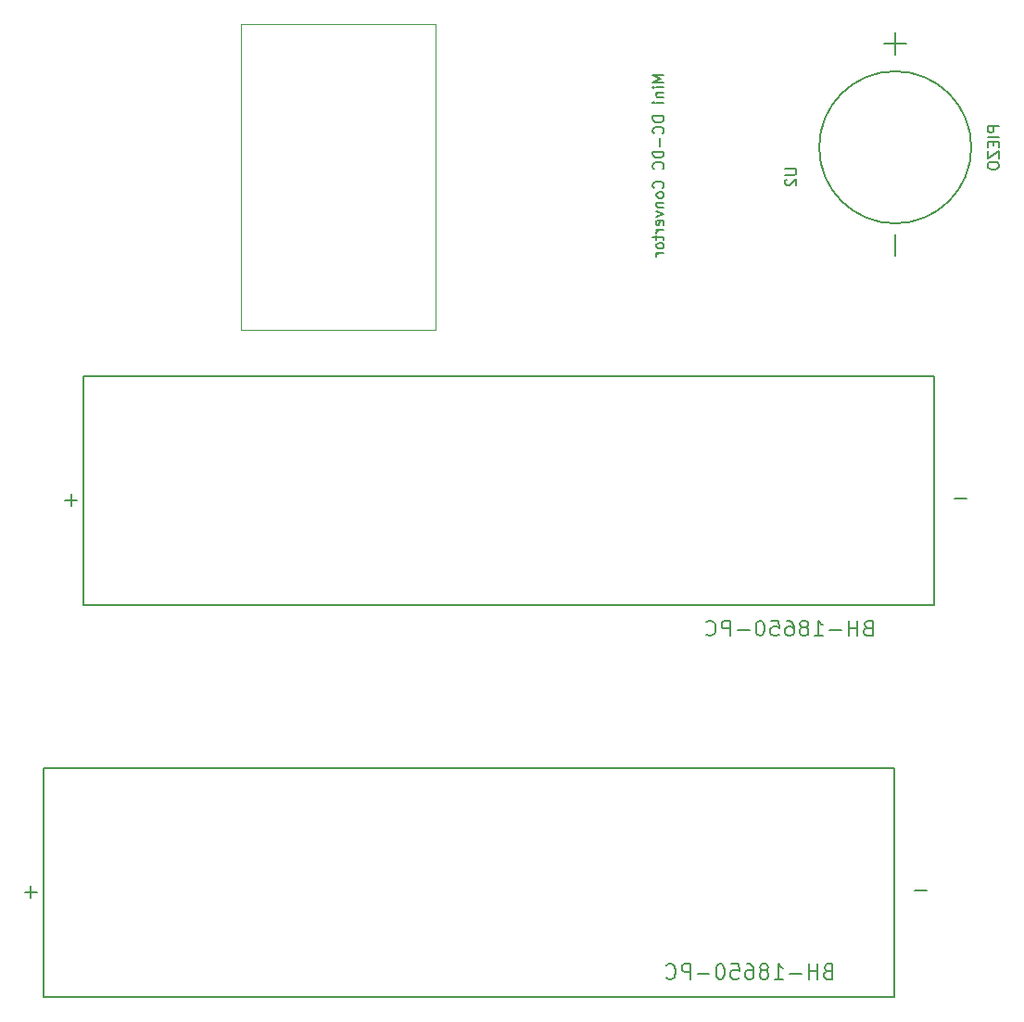
<source format=gbr>
%TF.GenerationSoftware,KiCad,Pcbnew,9.0.7*%
%TF.CreationDate,2026-02-15T13:03:06+01:00*%
%TF.ProjectId,handheldAerosolSensor,68616e64-6865-46c6-9441-65726f736f6c,Rev. 1.0*%
%TF.SameCoordinates,Original*%
%TF.FileFunction,AssemblyDrawing,Bot*%
%FSLAX46Y46*%
G04 Gerber Fmt 4.6, Leading zero omitted, Abs format (unit mm)*
G04 Created by KiCad (PCBNEW 9.0.7) date 2026-02-15 13:03:06*
%MOMM*%
%LPD*%
G01*
G04 APERTURE LIST*
%ADD10C,0.150000*%
%ADD11C,0.127000*%
%ADD12C,0.100000*%
G04 APERTURE END LIST*
D10*
X194354819Y-49785714D02*
X193354819Y-49785714D01*
X193354819Y-49785714D02*
X194069104Y-50119047D01*
X194069104Y-50119047D02*
X193354819Y-50452380D01*
X193354819Y-50452380D02*
X194354819Y-50452380D01*
X194354819Y-50928571D02*
X193688152Y-50928571D01*
X193354819Y-50928571D02*
X193402438Y-50880952D01*
X193402438Y-50880952D02*
X193450057Y-50928571D01*
X193450057Y-50928571D02*
X193402438Y-50976190D01*
X193402438Y-50976190D02*
X193354819Y-50928571D01*
X193354819Y-50928571D02*
X193450057Y-50928571D01*
X193688152Y-51404761D02*
X194354819Y-51404761D01*
X193783390Y-51404761D02*
X193735771Y-51452380D01*
X193735771Y-51452380D02*
X193688152Y-51547618D01*
X193688152Y-51547618D02*
X193688152Y-51690475D01*
X193688152Y-51690475D02*
X193735771Y-51785713D01*
X193735771Y-51785713D02*
X193831009Y-51833332D01*
X193831009Y-51833332D02*
X194354819Y-51833332D01*
X194354819Y-52309523D02*
X193688152Y-52309523D01*
X193354819Y-52309523D02*
X193402438Y-52261904D01*
X193402438Y-52261904D02*
X193450057Y-52309523D01*
X193450057Y-52309523D02*
X193402438Y-52357142D01*
X193402438Y-52357142D02*
X193354819Y-52309523D01*
X193354819Y-52309523D02*
X193450057Y-52309523D01*
X194354819Y-53547618D02*
X193354819Y-53547618D01*
X193354819Y-53547618D02*
X193354819Y-53785713D01*
X193354819Y-53785713D02*
X193402438Y-53928570D01*
X193402438Y-53928570D02*
X193497676Y-54023808D01*
X193497676Y-54023808D02*
X193592914Y-54071427D01*
X193592914Y-54071427D02*
X193783390Y-54119046D01*
X193783390Y-54119046D02*
X193926247Y-54119046D01*
X193926247Y-54119046D02*
X194116723Y-54071427D01*
X194116723Y-54071427D02*
X194211961Y-54023808D01*
X194211961Y-54023808D02*
X194307200Y-53928570D01*
X194307200Y-53928570D02*
X194354819Y-53785713D01*
X194354819Y-53785713D02*
X194354819Y-53547618D01*
X194259580Y-55119046D02*
X194307200Y-55071427D01*
X194307200Y-55071427D02*
X194354819Y-54928570D01*
X194354819Y-54928570D02*
X194354819Y-54833332D01*
X194354819Y-54833332D02*
X194307200Y-54690475D01*
X194307200Y-54690475D02*
X194211961Y-54595237D01*
X194211961Y-54595237D02*
X194116723Y-54547618D01*
X194116723Y-54547618D02*
X193926247Y-54499999D01*
X193926247Y-54499999D02*
X193783390Y-54499999D01*
X193783390Y-54499999D02*
X193592914Y-54547618D01*
X193592914Y-54547618D02*
X193497676Y-54595237D01*
X193497676Y-54595237D02*
X193402438Y-54690475D01*
X193402438Y-54690475D02*
X193354819Y-54833332D01*
X193354819Y-54833332D02*
X193354819Y-54928570D01*
X193354819Y-54928570D02*
X193402438Y-55071427D01*
X193402438Y-55071427D02*
X193450057Y-55119046D01*
X193973866Y-55547618D02*
X193973866Y-56309523D01*
X194354819Y-56785713D02*
X193354819Y-56785713D01*
X193354819Y-56785713D02*
X193354819Y-57023808D01*
X193354819Y-57023808D02*
X193402438Y-57166665D01*
X193402438Y-57166665D02*
X193497676Y-57261903D01*
X193497676Y-57261903D02*
X193592914Y-57309522D01*
X193592914Y-57309522D02*
X193783390Y-57357141D01*
X193783390Y-57357141D02*
X193926247Y-57357141D01*
X193926247Y-57357141D02*
X194116723Y-57309522D01*
X194116723Y-57309522D02*
X194211961Y-57261903D01*
X194211961Y-57261903D02*
X194307200Y-57166665D01*
X194307200Y-57166665D02*
X194354819Y-57023808D01*
X194354819Y-57023808D02*
X194354819Y-56785713D01*
X194259580Y-58357141D02*
X194307200Y-58309522D01*
X194307200Y-58309522D02*
X194354819Y-58166665D01*
X194354819Y-58166665D02*
X194354819Y-58071427D01*
X194354819Y-58071427D02*
X194307200Y-57928570D01*
X194307200Y-57928570D02*
X194211961Y-57833332D01*
X194211961Y-57833332D02*
X194116723Y-57785713D01*
X194116723Y-57785713D02*
X193926247Y-57738094D01*
X193926247Y-57738094D02*
X193783390Y-57738094D01*
X193783390Y-57738094D02*
X193592914Y-57785713D01*
X193592914Y-57785713D02*
X193497676Y-57833332D01*
X193497676Y-57833332D02*
X193402438Y-57928570D01*
X193402438Y-57928570D02*
X193354819Y-58071427D01*
X193354819Y-58071427D02*
X193354819Y-58166665D01*
X193354819Y-58166665D02*
X193402438Y-58309522D01*
X193402438Y-58309522D02*
X193450057Y-58357141D01*
X194259580Y-60119046D02*
X194307200Y-60071427D01*
X194307200Y-60071427D02*
X194354819Y-59928570D01*
X194354819Y-59928570D02*
X194354819Y-59833332D01*
X194354819Y-59833332D02*
X194307200Y-59690475D01*
X194307200Y-59690475D02*
X194211961Y-59595237D01*
X194211961Y-59595237D02*
X194116723Y-59547618D01*
X194116723Y-59547618D02*
X193926247Y-59499999D01*
X193926247Y-59499999D02*
X193783390Y-59499999D01*
X193783390Y-59499999D02*
X193592914Y-59547618D01*
X193592914Y-59547618D02*
X193497676Y-59595237D01*
X193497676Y-59595237D02*
X193402438Y-59690475D01*
X193402438Y-59690475D02*
X193354819Y-59833332D01*
X193354819Y-59833332D02*
X193354819Y-59928570D01*
X193354819Y-59928570D02*
X193402438Y-60071427D01*
X193402438Y-60071427D02*
X193450057Y-60119046D01*
X194354819Y-60690475D02*
X194307200Y-60595237D01*
X194307200Y-60595237D02*
X194259580Y-60547618D01*
X194259580Y-60547618D02*
X194164342Y-60499999D01*
X194164342Y-60499999D02*
X193878628Y-60499999D01*
X193878628Y-60499999D02*
X193783390Y-60547618D01*
X193783390Y-60547618D02*
X193735771Y-60595237D01*
X193735771Y-60595237D02*
X193688152Y-60690475D01*
X193688152Y-60690475D02*
X193688152Y-60833332D01*
X193688152Y-60833332D02*
X193735771Y-60928570D01*
X193735771Y-60928570D02*
X193783390Y-60976189D01*
X193783390Y-60976189D02*
X193878628Y-61023808D01*
X193878628Y-61023808D02*
X194164342Y-61023808D01*
X194164342Y-61023808D02*
X194259580Y-60976189D01*
X194259580Y-60976189D02*
X194307200Y-60928570D01*
X194307200Y-60928570D02*
X194354819Y-60833332D01*
X194354819Y-60833332D02*
X194354819Y-60690475D01*
X193688152Y-61452380D02*
X194354819Y-61452380D01*
X193783390Y-61452380D02*
X193735771Y-61499999D01*
X193735771Y-61499999D02*
X193688152Y-61595237D01*
X193688152Y-61595237D02*
X193688152Y-61738094D01*
X193688152Y-61738094D02*
X193735771Y-61833332D01*
X193735771Y-61833332D02*
X193831009Y-61880951D01*
X193831009Y-61880951D02*
X194354819Y-61880951D01*
X193688152Y-62261904D02*
X194354819Y-62499999D01*
X194354819Y-62499999D02*
X193688152Y-62738094D01*
X194307200Y-63499999D02*
X194354819Y-63404761D01*
X194354819Y-63404761D02*
X194354819Y-63214285D01*
X194354819Y-63214285D02*
X194307200Y-63119047D01*
X194307200Y-63119047D02*
X194211961Y-63071428D01*
X194211961Y-63071428D02*
X193831009Y-63071428D01*
X193831009Y-63071428D02*
X193735771Y-63119047D01*
X193735771Y-63119047D02*
X193688152Y-63214285D01*
X193688152Y-63214285D02*
X193688152Y-63404761D01*
X193688152Y-63404761D02*
X193735771Y-63499999D01*
X193735771Y-63499999D02*
X193831009Y-63547618D01*
X193831009Y-63547618D02*
X193926247Y-63547618D01*
X193926247Y-63547618D02*
X194021485Y-63071428D01*
X194354819Y-63976190D02*
X193688152Y-63976190D01*
X193878628Y-63976190D02*
X193783390Y-64023809D01*
X193783390Y-64023809D02*
X193735771Y-64071428D01*
X193735771Y-64071428D02*
X193688152Y-64166666D01*
X193688152Y-64166666D02*
X193688152Y-64261904D01*
X193688152Y-64452381D02*
X193688152Y-64833333D01*
X193354819Y-64595238D02*
X194211961Y-64595238D01*
X194211961Y-64595238D02*
X194307200Y-64642857D01*
X194307200Y-64642857D02*
X194354819Y-64738095D01*
X194354819Y-64738095D02*
X194354819Y-64833333D01*
X194354819Y-65309524D02*
X194307200Y-65214286D01*
X194307200Y-65214286D02*
X194259580Y-65166667D01*
X194259580Y-65166667D02*
X194164342Y-65119048D01*
X194164342Y-65119048D02*
X193878628Y-65119048D01*
X193878628Y-65119048D02*
X193783390Y-65166667D01*
X193783390Y-65166667D02*
X193735771Y-65214286D01*
X193735771Y-65214286D02*
X193688152Y-65309524D01*
X193688152Y-65309524D02*
X193688152Y-65452381D01*
X193688152Y-65452381D02*
X193735771Y-65547619D01*
X193735771Y-65547619D02*
X193783390Y-65595238D01*
X193783390Y-65595238D02*
X193878628Y-65642857D01*
X193878628Y-65642857D02*
X194164342Y-65642857D01*
X194164342Y-65642857D02*
X194259580Y-65595238D01*
X194259580Y-65595238D02*
X194307200Y-65547619D01*
X194307200Y-65547619D02*
X194354819Y-65452381D01*
X194354819Y-65452381D02*
X194354819Y-65309524D01*
X194354819Y-66071429D02*
X193688152Y-66071429D01*
X193878628Y-66071429D02*
X193783390Y-66119048D01*
X193783390Y-66119048D02*
X193735771Y-66166667D01*
X193735771Y-66166667D02*
X193688152Y-66261905D01*
X193688152Y-66261905D02*
X193688152Y-66357143D01*
X205454819Y-58338095D02*
X206264342Y-58338095D01*
X206264342Y-58338095D02*
X206359580Y-58385714D01*
X206359580Y-58385714D02*
X206407200Y-58433333D01*
X206407200Y-58433333D02*
X206454819Y-58528571D01*
X206454819Y-58528571D02*
X206454819Y-58719047D01*
X206454819Y-58719047D02*
X206407200Y-58814285D01*
X206407200Y-58814285D02*
X206359580Y-58861904D01*
X206359580Y-58861904D02*
X206264342Y-58909523D01*
X206264342Y-58909523D02*
X205454819Y-58909523D01*
X205550057Y-59338095D02*
X205502438Y-59385714D01*
X205502438Y-59385714D02*
X205454819Y-59480952D01*
X205454819Y-59480952D02*
X205454819Y-59719047D01*
X205454819Y-59719047D02*
X205502438Y-59814285D01*
X205502438Y-59814285D02*
X205550057Y-59861904D01*
X205550057Y-59861904D02*
X205645295Y-59909523D01*
X205645295Y-59909523D02*
X205740533Y-59909523D01*
X205740533Y-59909523D02*
X205883390Y-59861904D01*
X205883390Y-59861904D02*
X206454819Y-59290476D01*
X206454819Y-59290476D02*
X206454819Y-59909523D01*
X224954819Y-54447619D02*
X223954819Y-54447619D01*
X223954819Y-54447619D02*
X223954819Y-54828571D01*
X223954819Y-54828571D02*
X224002438Y-54923809D01*
X224002438Y-54923809D02*
X224050057Y-54971428D01*
X224050057Y-54971428D02*
X224145295Y-55019047D01*
X224145295Y-55019047D02*
X224288152Y-55019047D01*
X224288152Y-55019047D02*
X224383390Y-54971428D01*
X224383390Y-54971428D02*
X224431009Y-54923809D01*
X224431009Y-54923809D02*
X224478628Y-54828571D01*
X224478628Y-54828571D02*
X224478628Y-54447619D01*
X224954819Y-55447619D02*
X223954819Y-55447619D01*
X224431009Y-55923809D02*
X224431009Y-56257142D01*
X224954819Y-56399999D02*
X224954819Y-55923809D01*
X224954819Y-55923809D02*
X223954819Y-55923809D01*
X223954819Y-55923809D02*
X223954819Y-56399999D01*
X223954819Y-56733333D02*
X223954819Y-57399999D01*
X223954819Y-57399999D02*
X224954819Y-56733333D01*
X224954819Y-56733333D02*
X224954819Y-57399999D01*
X223954819Y-57971428D02*
X223954819Y-58161904D01*
X223954819Y-58161904D02*
X224002438Y-58257142D01*
X224002438Y-58257142D02*
X224097676Y-58352380D01*
X224097676Y-58352380D02*
X224288152Y-58399999D01*
X224288152Y-58399999D02*
X224621485Y-58399999D01*
X224621485Y-58399999D02*
X224811961Y-58352380D01*
X224811961Y-58352380D02*
X224907200Y-58257142D01*
X224907200Y-58257142D02*
X224954819Y-58161904D01*
X224954819Y-58161904D02*
X224954819Y-57971428D01*
X224954819Y-57971428D02*
X224907200Y-57876190D01*
X224907200Y-57876190D02*
X224811961Y-57780952D01*
X224811961Y-57780952D02*
X224621485Y-57733333D01*
X224621485Y-57733333D02*
X224288152Y-57733333D01*
X224288152Y-57733333D02*
X224097676Y-57780952D01*
X224097676Y-57780952D02*
X224002438Y-57876190D01*
X224002438Y-57876190D02*
X223954819Y-57971428D01*
X212964999Y-100307533D02*
X212764999Y-100374200D01*
X212764999Y-100374200D02*
X212698332Y-100440866D01*
X212698332Y-100440866D02*
X212631665Y-100574200D01*
X212631665Y-100574200D02*
X212631665Y-100774200D01*
X212631665Y-100774200D02*
X212698332Y-100907533D01*
X212698332Y-100907533D02*
X212764999Y-100974200D01*
X212764999Y-100974200D02*
X212898332Y-101040866D01*
X212898332Y-101040866D02*
X213431665Y-101040866D01*
X213431665Y-101040866D02*
X213431665Y-99640866D01*
X213431665Y-99640866D02*
X212964999Y-99640866D01*
X212964999Y-99640866D02*
X212831665Y-99707533D01*
X212831665Y-99707533D02*
X212764999Y-99774200D01*
X212764999Y-99774200D02*
X212698332Y-99907533D01*
X212698332Y-99907533D02*
X212698332Y-100040866D01*
X212698332Y-100040866D02*
X212764999Y-100174200D01*
X212764999Y-100174200D02*
X212831665Y-100240866D01*
X212831665Y-100240866D02*
X212964999Y-100307533D01*
X212964999Y-100307533D02*
X213431665Y-100307533D01*
X212031665Y-101040866D02*
X212031665Y-99640866D01*
X212031665Y-100307533D02*
X211231665Y-100307533D01*
X211231665Y-101040866D02*
X211231665Y-99640866D01*
X210564998Y-100507533D02*
X209498332Y-100507533D01*
X208098332Y-101040866D02*
X208898332Y-101040866D01*
X208498332Y-101040866D02*
X208498332Y-99640866D01*
X208498332Y-99640866D02*
X208631665Y-99840866D01*
X208631665Y-99840866D02*
X208764999Y-99974200D01*
X208764999Y-99974200D02*
X208898332Y-100040866D01*
X207298332Y-100240866D02*
X207431666Y-100174200D01*
X207431666Y-100174200D02*
X207498332Y-100107533D01*
X207498332Y-100107533D02*
X207564999Y-99974200D01*
X207564999Y-99974200D02*
X207564999Y-99907533D01*
X207564999Y-99907533D02*
X207498332Y-99774200D01*
X207498332Y-99774200D02*
X207431666Y-99707533D01*
X207431666Y-99707533D02*
X207298332Y-99640866D01*
X207298332Y-99640866D02*
X207031666Y-99640866D01*
X207031666Y-99640866D02*
X206898332Y-99707533D01*
X206898332Y-99707533D02*
X206831666Y-99774200D01*
X206831666Y-99774200D02*
X206764999Y-99907533D01*
X206764999Y-99907533D02*
X206764999Y-99974200D01*
X206764999Y-99974200D02*
X206831666Y-100107533D01*
X206831666Y-100107533D02*
X206898332Y-100174200D01*
X206898332Y-100174200D02*
X207031666Y-100240866D01*
X207031666Y-100240866D02*
X207298332Y-100240866D01*
X207298332Y-100240866D02*
X207431666Y-100307533D01*
X207431666Y-100307533D02*
X207498332Y-100374200D01*
X207498332Y-100374200D02*
X207564999Y-100507533D01*
X207564999Y-100507533D02*
X207564999Y-100774200D01*
X207564999Y-100774200D02*
X207498332Y-100907533D01*
X207498332Y-100907533D02*
X207431666Y-100974200D01*
X207431666Y-100974200D02*
X207298332Y-101040866D01*
X207298332Y-101040866D02*
X207031666Y-101040866D01*
X207031666Y-101040866D02*
X206898332Y-100974200D01*
X206898332Y-100974200D02*
X206831666Y-100907533D01*
X206831666Y-100907533D02*
X206764999Y-100774200D01*
X206764999Y-100774200D02*
X206764999Y-100507533D01*
X206764999Y-100507533D02*
X206831666Y-100374200D01*
X206831666Y-100374200D02*
X206898332Y-100307533D01*
X206898332Y-100307533D02*
X207031666Y-100240866D01*
X205564999Y-99640866D02*
X205831666Y-99640866D01*
X205831666Y-99640866D02*
X205964999Y-99707533D01*
X205964999Y-99707533D02*
X206031666Y-99774200D01*
X206031666Y-99774200D02*
X206164999Y-99974200D01*
X206164999Y-99974200D02*
X206231666Y-100240866D01*
X206231666Y-100240866D02*
X206231666Y-100774200D01*
X206231666Y-100774200D02*
X206164999Y-100907533D01*
X206164999Y-100907533D02*
X206098333Y-100974200D01*
X206098333Y-100974200D02*
X205964999Y-101040866D01*
X205964999Y-101040866D02*
X205698333Y-101040866D01*
X205698333Y-101040866D02*
X205564999Y-100974200D01*
X205564999Y-100974200D02*
X205498333Y-100907533D01*
X205498333Y-100907533D02*
X205431666Y-100774200D01*
X205431666Y-100774200D02*
X205431666Y-100440866D01*
X205431666Y-100440866D02*
X205498333Y-100307533D01*
X205498333Y-100307533D02*
X205564999Y-100240866D01*
X205564999Y-100240866D02*
X205698333Y-100174200D01*
X205698333Y-100174200D02*
X205964999Y-100174200D01*
X205964999Y-100174200D02*
X206098333Y-100240866D01*
X206098333Y-100240866D02*
X206164999Y-100307533D01*
X206164999Y-100307533D02*
X206231666Y-100440866D01*
X204165000Y-99640866D02*
X204831666Y-99640866D01*
X204831666Y-99640866D02*
X204898333Y-100307533D01*
X204898333Y-100307533D02*
X204831666Y-100240866D01*
X204831666Y-100240866D02*
X204698333Y-100174200D01*
X204698333Y-100174200D02*
X204365000Y-100174200D01*
X204365000Y-100174200D02*
X204231666Y-100240866D01*
X204231666Y-100240866D02*
X204165000Y-100307533D01*
X204165000Y-100307533D02*
X204098333Y-100440866D01*
X204098333Y-100440866D02*
X204098333Y-100774200D01*
X204098333Y-100774200D02*
X204165000Y-100907533D01*
X204165000Y-100907533D02*
X204231666Y-100974200D01*
X204231666Y-100974200D02*
X204365000Y-101040866D01*
X204365000Y-101040866D02*
X204698333Y-101040866D01*
X204698333Y-101040866D02*
X204831666Y-100974200D01*
X204831666Y-100974200D02*
X204898333Y-100907533D01*
X203231667Y-99640866D02*
X203098333Y-99640866D01*
X203098333Y-99640866D02*
X202965000Y-99707533D01*
X202965000Y-99707533D02*
X202898333Y-99774200D01*
X202898333Y-99774200D02*
X202831667Y-99907533D01*
X202831667Y-99907533D02*
X202765000Y-100174200D01*
X202765000Y-100174200D02*
X202765000Y-100507533D01*
X202765000Y-100507533D02*
X202831667Y-100774200D01*
X202831667Y-100774200D02*
X202898333Y-100907533D01*
X202898333Y-100907533D02*
X202965000Y-100974200D01*
X202965000Y-100974200D02*
X203098333Y-101040866D01*
X203098333Y-101040866D02*
X203231667Y-101040866D01*
X203231667Y-101040866D02*
X203365000Y-100974200D01*
X203365000Y-100974200D02*
X203431667Y-100907533D01*
X203431667Y-100907533D02*
X203498333Y-100774200D01*
X203498333Y-100774200D02*
X203565000Y-100507533D01*
X203565000Y-100507533D02*
X203565000Y-100174200D01*
X203565000Y-100174200D02*
X203498333Y-99907533D01*
X203498333Y-99907533D02*
X203431667Y-99774200D01*
X203431667Y-99774200D02*
X203365000Y-99707533D01*
X203365000Y-99707533D02*
X203231667Y-99640866D01*
X202165000Y-100507533D02*
X201098334Y-100507533D01*
X200431667Y-101040866D02*
X200431667Y-99640866D01*
X200431667Y-99640866D02*
X199898334Y-99640866D01*
X199898334Y-99640866D02*
X199765001Y-99707533D01*
X199765001Y-99707533D02*
X199698334Y-99774200D01*
X199698334Y-99774200D02*
X199631667Y-99907533D01*
X199631667Y-99907533D02*
X199631667Y-100107533D01*
X199631667Y-100107533D02*
X199698334Y-100240866D01*
X199698334Y-100240866D02*
X199765001Y-100307533D01*
X199765001Y-100307533D02*
X199898334Y-100374200D01*
X199898334Y-100374200D02*
X200431667Y-100374200D01*
X198231667Y-100907533D02*
X198298334Y-100974200D01*
X198298334Y-100974200D02*
X198498334Y-101040866D01*
X198498334Y-101040866D02*
X198631667Y-101040866D01*
X198631667Y-101040866D02*
X198831667Y-100974200D01*
X198831667Y-100974200D02*
X198965001Y-100840866D01*
X198965001Y-100840866D02*
X199031667Y-100707533D01*
X199031667Y-100707533D02*
X199098334Y-100440866D01*
X199098334Y-100440866D02*
X199098334Y-100240866D01*
X199098334Y-100240866D02*
X199031667Y-99974200D01*
X199031667Y-99974200D02*
X198965001Y-99840866D01*
X198965001Y-99840866D02*
X198831667Y-99707533D01*
X198831667Y-99707533D02*
X198631667Y-99640866D01*
X198631667Y-99640866D02*
X198498334Y-99640866D01*
X198498334Y-99640866D02*
X198298334Y-99707533D01*
X198298334Y-99707533D02*
X198231667Y-99774200D01*
X140728332Y-88618533D02*
X139661666Y-88618533D01*
X140194999Y-89151866D02*
X140194999Y-88085200D01*
X222008332Y-88491533D02*
X220941666Y-88491533D01*
X209314999Y-131692319D02*
X209114999Y-131758986D01*
X209114999Y-131758986D02*
X209048332Y-131825652D01*
X209048332Y-131825652D02*
X208981665Y-131958986D01*
X208981665Y-131958986D02*
X208981665Y-132158986D01*
X208981665Y-132158986D02*
X209048332Y-132292319D01*
X209048332Y-132292319D02*
X209114999Y-132358986D01*
X209114999Y-132358986D02*
X209248332Y-132425652D01*
X209248332Y-132425652D02*
X209781665Y-132425652D01*
X209781665Y-132425652D02*
X209781665Y-131025652D01*
X209781665Y-131025652D02*
X209314999Y-131025652D01*
X209314999Y-131025652D02*
X209181665Y-131092319D01*
X209181665Y-131092319D02*
X209114999Y-131158986D01*
X209114999Y-131158986D02*
X209048332Y-131292319D01*
X209048332Y-131292319D02*
X209048332Y-131425652D01*
X209048332Y-131425652D02*
X209114999Y-131558986D01*
X209114999Y-131558986D02*
X209181665Y-131625652D01*
X209181665Y-131625652D02*
X209314999Y-131692319D01*
X209314999Y-131692319D02*
X209781665Y-131692319D01*
X208381665Y-132425652D02*
X208381665Y-131025652D01*
X208381665Y-131692319D02*
X207581665Y-131692319D01*
X207581665Y-132425652D02*
X207581665Y-131025652D01*
X206914998Y-131892319D02*
X205848332Y-131892319D01*
X204448332Y-132425652D02*
X205248332Y-132425652D01*
X204848332Y-132425652D02*
X204848332Y-131025652D01*
X204848332Y-131025652D02*
X204981665Y-131225652D01*
X204981665Y-131225652D02*
X205114999Y-131358986D01*
X205114999Y-131358986D02*
X205248332Y-131425652D01*
X203648332Y-131625652D02*
X203781666Y-131558986D01*
X203781666Y-131558986D02*
X203848332Y-131492319D01*
X203848332Y-131492319D02*
X203914999Y-131358986D01*
X203914999Y-131358986D02*
X203914999Y-131292319D01*
X203914999Y-131292319D02*
X203848332Y-131158986D01*
X203848332Y-131158986D02*
X203781666Y-131092319D01*
X203781666Y-131092319D02*
X203648332Y-131025652D01*
X203648332Y-131025652D02*
X203381666Y-131025652D01*
X203381666Y-131025652D02*
X203248332Y-131092319D01*
X203248332Y-131092319D02*
X203181666Y-131158986D01*
X203181666Y-131158986D02*
X203114999Y-131292319D01*
X203114999Y-131292319D02*
X203114999Y-131358986D01*
X203114999Y-131358986D02*
X203181666Y-131492319D01*
X203181666Y-131492319D02*
X203248332Y-131558986D01*
X203248332Y-131558986D02*
X203381666Y-131625652D01*
X203381666Y-131625652D02*
X203648332Y-131625652D01*
X203648332Y-131625652D02*
X203781666Y-131692319D01*
X203781666Y-131692319D02*
X203848332Y-131758986D01*
X203848332Y-131758986D02*
X203914999Y-131892319D01*
X203914999Y-131892319D02*
X203914999Y-132158986D01*
X203914999Y-132158986D02*
X203848332Y-132292319D01*
X203848332Y-132292319D02*
X203781666Y-132358986D01*
X203781666Y-132358986D02*
X203648332Y-132425652D01*
X203648332Y-132425652D02*
X203381666Y-132425652D01*
X203381666Y-132425652D02*
X203248332Y-132358986D01*
X203248332Y-132358986D02*
X203181666Y-132292319D01*
X203181666Y-132292319D02*
X203114999Y-132158986D01*
X203114999Y-132158986D02*
X203114999Y-131892319D01*
X203114999Y-131892319D02*
X203181666Y-131758986D01*
X203181666Y-131758986D02*
X203248332Y-131692319D01*
X203248332Y-131692319D02*
X203381666Y-131625652D01*
X201914999Y-131025652D02*
X202181666Y-131025652D01*
X202181666Y-131025652D02*
X202314999Y-131092319D01*
X202314999Y-131092319D02*
X202381666Y-131158986D01*
X202381666Y-131158986D02*
X202514999Y-131358986D01*
X202514999Y-131358986D02*
X202581666Y-131625652D01*
X202581666Y-131625652D02*
X202581666Y-132158986D01*
X202581666Y-132158986D02*
X202514999Y-132292319D01*
X202514999Y-132292319D02*
X202448333Y-132358986D01*
X202448333Y-132358986D02*
X202314999Y-132425652D01*
X202314999Y-132425652D02*
X202048333Y-132425652D01*
X202048333Y-132425652D02*
X201914999Y-132358986D01*
X201914999Y-132358986D02*
X201848333Y-132292319D01*
X201848333Y-132292319D02*
X201781666Y-132158986D01*
X201781666Y-132158986D02*
X201781666Y-131825652D01*
X201781666Y-131825652D02*
X201848333Y-131692319D01*
X201848333Y-131692319D02*
X201914999Y-131625652D01*
X201914999Y-131625652D02*
X202048333Y-131558986D01*
X202048333Y-131558986D02*
X202314999Y-131558986D01*
X202314999Y-131558986D02*
X202448333Y-131625652D01*
X202448333Y-131625652D02*
X202514999Y-131692319D01*
X202514999Y-131692319D02*
X202581666Y-131825652D01*
X200515000Y-131025652D02*
X201181666Y-131025652D01*
X201181666Y-131025652D02*
X201248333Y-131692319D01*
X201248333Y-131692319D02*
X201181666Y-131625652D01*
X201181666Y-131625652D02*
X201048333Y-131558986D01*
X201048333Y-131558986D02*
X200715000Y-131558986D01*
X200715000Y-131558986D02*
X200581666Y-131625652D01*
X200581666Y-131625652D02*
X200515000Y-131692319D01*
X200515000Y-131692319D02*
X200448333Y-131825652D01*
X200448333Y-131825652D02*
X200448333Y-132158986D01*
X200448333Y-132158986D02*
X200515000Y-132292319D01*
X200515000Y-132292319D02*
X200581666Y-132358986D01*
X200581666Y-132358986D02*
X200715000Y-132425652D01*
X200715000Y-132425652D02*
X201048333Y-132425652D01*
X201048333Y-132425652D02*
X201181666Y-132358986D01*
X201181666Y-132358986D02*
X201248333Y-132292319D01*
X199581667Y-131025652D02*
X199448333Y-131025652D01*
X199448333Y-131025652D02*
X199315000Y-131092319D01*
X199315000Y-131092319D02*
X199248333Y-131158986D01*
X199248333Y-131158986D02*
X199181667Y-131292319D01*
X199181667Y-131292319D02*
X199115000Y-131558986D01*
X199115000Y-131558986D02*
X199115000Y-131892319D01*
X199115000Y-131892319D02*
X199181667Y-132158986D01*
X199181667Y-132158986D02*
X199248333Y-132292319D01*
X199248333Y-132292319D02*
X199315000Y-132358986D01*
X199315000Y-132358986D02*
X199448333Y-132425652D01*
X199448333Y-132425652D02*
X199581667Y-132425652D01*
X199581667Y-132425652D02*
X199715000Y-132358986D01*
X199715000Y-132358986D02*
X199781667Y-132292319D01*
X199781667Y-132292319D02*
X199848333Y-132158986D01*
X199848333Y-132158986D02*
X199915000Y-131892319D01*
X199915000Y-131892319D02*
X199915000Y-131558986D01*
X199915000Y-131558986D02*
X199848333Y-131292319D01*
X199848333Y-131292319D02*
X199781667Y-131158986D01*
X199781667Y-131158986D02*
X199715000Y-131092319D01*
X199715000Y-131092319D02*
X199581667Y-131025652D01*
X198515000Y-131892319D02*
X197448334Y-131892319D01*
X196781667Y-132425652D02*
X196781667Y-131025652D01*
X196781667Y-131025652D02*
X196248334Y-131025652D01*
X196248334Y-131025652D02*
X196115001Y-131092319D01*
X196115001Y-131092319D02*
X196048334Y-131158986D01*
X196048334Y-131158986D02*
X195981667Y-131292319D01*
X195981667Y-131292319D02*
X195981667Y-131492319D01*
X195981667Y-131492319D02*
X196048334Y-131625652D01*
X196048334Y-131625652D02*
X196115001Y-131692319D01*
X196115001Y-131692319D02*
X196248334Y-131758986D01*
X196248334Y-131758986D02*
X196781667Y-131758986D01*
X194581667Y-132292319D02*
X194648334Y-132358986D01*
X194648334Y-132358986D02*
X194848334Y-132425652D01*
X194848334Y-132425652D02*
X194981667Y-132425652D01*
X194981667Y-132425652D02*
X195181667Y-132358986D01*
X195181667Y-132358986D02*
X195315001Y-132225652D01*
X195315001Y-132225652D02*
X195381667Y-132092319D01*
X195381667Y-132092319D02*
X195448334Y-131825652D01*
X195448334Y-131825652D02*
X195448334Y-131625652D01*
X195448334Y-131625652D02*
X195381667Y-131358986D01*
X195381667Y-131358986D02*
X195315001Y-131225652D01*
X195315001Y-131225652D02*
X195181667Y-131092319D01*
X195181667Y-131092319D02*
X194981667Y-131025652D01*
X194981667Y-131025652D02*
X194848334Y-131025652D01*
X194848334Y-131025652D02*
X194648334Y-131092319D01*
X194648334Y-131092319D02*
X194581667Y-131158986D01*
X218358332Y-124327319D02*
X217291666Y-124327319D01*
X137078332Y-124454319D02*
X136011666Y-124454319D01*
X136544999Y-124987652D02*
X136544999Y-123920986D01*
D11*
%TO.C,LS1*%
X214500000Y-46910000D02*
X216500000Y-46910000D01*
X215500000Y-45910000D02*
X215500000Y-47910000D01*
X215500000Y-64320000D02*
X215500000Y-66320000D01*
X222450000Y-56400000D02*
G75*
G02*
X208550000Y-56400000I-6950000J0D01*
G01*
X208550000Y-56400000D02*
G75*
G02*
X222450000Y-56400000I6950000J0D01*
G01*
%TO.C,BT1*%
X141350000Y-77300000D02*
X219050000Y-77300000D01*
X141350000Y-98200000D02*
X141350000Y-77300000D01*
X219050000Y-77300000D02*
X219050000Y-98200000D01*
X219050000Y-98200000D02*
X141350000Y-98200000D01*
%TO.C,BT201*%
X137700000Y-113135786D02*
X215400000Y-113135786D01*
X137700000Y-134035786D02*
X137700000Y-113135786D01*
X215400000Y-113135786D02*
X215400000Y-134035786D01*
X215400000Y-134035786D02*
X137700000Y-134035786D01*
D12*
%TO.C,U1*%
X155720000Y-45160000D02*
X155720000Y-73100000D01*
X155720000Y-73100000D02*
X173500000Y-73100000D01*
X173500000Y-45160000D02*
X155720000Y-45160000D01*
X173500000Y-73100000D02*
X173500000Y-45160000D01*
%TD*%
M02*

</source>
